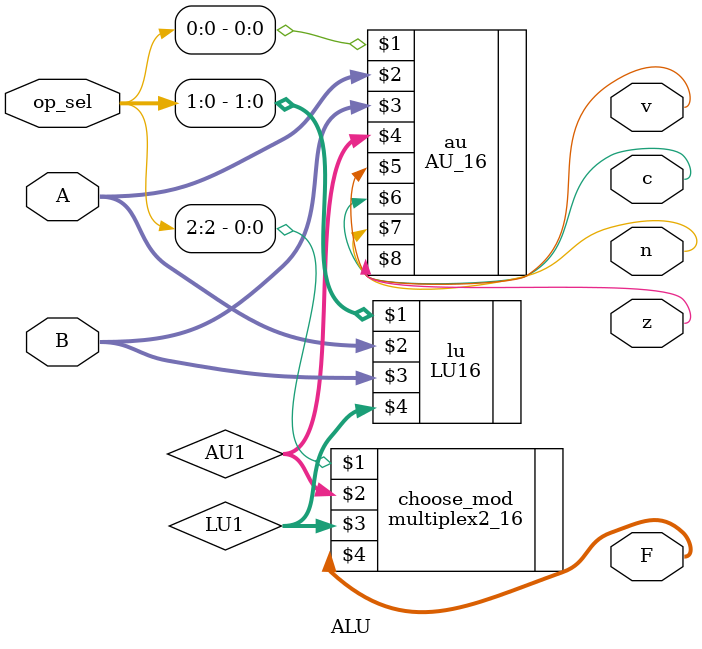
<source format=v>
module ALU (input [2:0] op_sel, input [15:0] A, input [15:0] B, output [15:0] F, output v, output c, output n, output z);
wire [15:0] AU1;
wire [15:0] LU1;

AU_16 au (op_sel[0],A,B,AU1,v,c,n,z);
LU16 lu (op_sel[1:0],A,B,LU1);

multiplex2_16 choose_mod (op_sel[2],AU1,LU1,F);

endmodule
	
</source>
